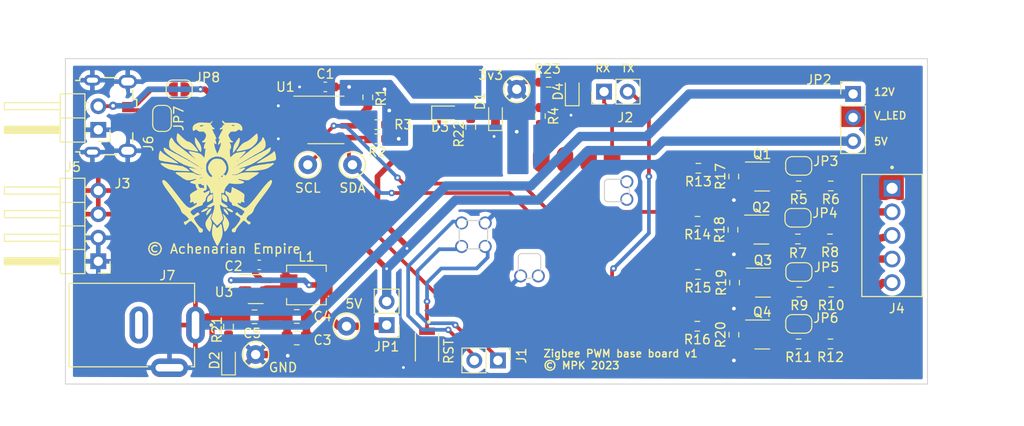
<source format=kicad_pcb>
(kicad_pcb (version 20221018) (generator pcbnew)
  (title_block (date "2023-04-02") (rev "1") (company "Achenarian Empire") (comment 1 "Marc Kelly"))
  (layers (0 "F.Cu" signal) (31 "B.Cu" signal) (34 "B.Paste" user) (35 "F.Paste" user) (36 "B.SilkS" user "B.Silkscreen") (37 "F.SilkS" user "F.Silkscreen") (38 "B.Mask" user) (39 "F.Mask" user) (44 "Edge.Cuts" user))
  (net 0 "")
  (net 1 "+3V3")
  (net 2 "GND")
  (net 3 "Net-(U3-SW)")
  (net 4 "Net-(U3-BST)")
  (net 5 "+5VD")
  (net 6 "+12V")
  (net 7 "Net-(D1-A)")
  (net 8 "Net-(D2-A)")
  (net 9 "Net-(D3-A)")
  (net 10 "Net-(D4-A)")
  (net 11 "/SWDIO")
  (net 12 "/SWCLK")
  (net 13 "/RX")
  (net 14 "/TX")
  (net 15 "/V_LED")
  (net 16 "Net-(J4-Pin_2)")
  (net 17 "Net-(J4-Pin_3)")
  (net 18 "+5V")
  (net 19 "Net-(J6-VBUS)")
  (net 20 "Net-(J6-D-)")
  (net 21 "Net-(J6-D+)")
  (net 23 "Net-(JP3-A)")
  (net 24 "Net-(JP3-B)")
  (net 25 "Net-(JP4-A)")
  (net 26 "Net-(JP4-B)")
  (net 27 "Net-(JP5-A)")
  (net 28 "Net-(JP5-B)")
  (net 29 "Net-(JP6-A)")
  (net 30 "Net-(JP6-B)")
  (net 31 "Net-(Q1-G)")
  (net 32 "Net-(Q2-G)")
  (net 33 "Net-(Q3-G)")
  (net 34 "Net-(Q4-G)")
  (net 35 "/WP")
  (net 36 "/SDA")
  (net 37 "/SCL")
  (net 38 "/LED_1")
  (net 39 "Net-(J4-Pin_4)")
  (net 40 "Net-(J4-Pin_5)")
  (net 41 "/R_LED_d")
  (net 42 "/G_LED_d")
  (net 43 "/B_LED_d")
  (net 44 "/W_LED_d")
  (net 45 "/RESETn")
  (footprint "Jumper:SolderJumper-2_P1.3mm_Open_RoundedPad1.0x1.5mm" (layer "F.Cu") (at 114.1591 43.815)
    (fp_text reference "JP3")
    (fp_text value "Short")
  )
  (footprint "LED_SMD:LED_0603_1608Metric_Pad1.05x0.95mm_HandSolder" (layer "F.Cu") (at 76.3281 38.1)
    (fp_text reference "D3")
    (fp_text value "R LED")
  )
  (footprint "Connector_PinHeader_2.54mm:PinHeader_1x03_P2.54mm_Vertical" (layer "F.Cu") (at 120.0161 36.068)
    (fp_text reference "JP2")
    (fp_text value "V_LED_SEL")
  )
  (footprint "Inductor_SMD:L_Vishay_IHLP-1616" (layer "F.Cu") (at 61.1886 56.642)
    (fp_text reference "L1")
    (fp_text value "4.7uH")
  )
  (footprint "Library:SW_B3U-1000P" (layer "F.Cu") (at 74.168 63.324 -90)
    (fp_text reference "RST")
    (fp_text value "Reset_SW")
  )
  (footprint "Resistor_SMD:R_0603_1608Metric_Pad0.98x0.95mm_HandSolder" (layer "F.Cu") (at 103.2756 49.784 180)
    (fp_text reference "R14")
    (fp_text value "10R")
  )
  (footprint "Package_SO:SOIC-8_3.9x4.9mm_P1.27mm" (layer "F.Cu") (at 63.2886 38.862)
    (fp_text reference "U1")
    (fp_text value "AT24CS01-SSHM")
  )
  (footprint "TestPoint:TestPoint_Keystone_5000-5004_Miniature" (layer "F.Cu") (at 61.3421 43.688 180)
    (fp_text reference "SCL")
    (fp_text value "TestPoint")
  )
  (footprint "Resistor_SMD:R_0603_1608Metric_Pad0.98x0.95mm_HandSolder" (layer "F.Cu") (at 114.0706 51.689 180)
    (fp_text reference "R7")
    (fp_text value "56")
  )
  (footprint "Library:logo" (layer "F.Cu") (at 51.562 45.72)
    (fp_text reference "G***")
    (fp_text value "LOGO" hide)
  )
  (footprint "TestPoint:TestPoint_Keystone_5000-5004_Miniature" (layer "F.Cu") (at 66.1446 43.688 180)
    (fp_text reference "SDA")
    (fp_text value "TestPoint")
  )
  (footprint "Resistor_SMD:R_0603_1608Metric_Pad0.98x0.95mm_HandSolder" (layer "F.Cu") (at 107.1891 61.9995 90)
    (fp_text reference "R20")
    (fp_text value "10k")
  )
  (footprint "Connector_PinHeader_2.54mm:PinHeader_1x02_P2.54mm_Vertical" (layer "F.Cu") (at 93.218 35.814 90)
    (fp_text reference "J2")
    (fp_text value "UART")
  )
  (footprint "Resistor_SMD:R_0603_1608Metric_Pad0.98x0.95mm_HandSolder" (layer "F.Cu") (at 86.3611 38.44475 -90)
    (fp_text reference "R4")
    (fp_text value "470")
  )
  (footprint "Jumper:SolderJumper-2_P1.3mm_Open_RoundedPad1.0x1.5mm" (layer "F.Cu") (at 114.1826 55.245)
    (fp_text reference "JP5")
    (fp_text value "Short")
  )
  (footprint "Connector_USB:USB_Micro-B_Wuerth_629105150521" (layer "F.Cu") (at 40.1081 38.456 -90)
    (fp_text reference "J6")
    (fp_text value "USB_B_Micro")
  )
  (footprint "Resistor_SMD:R_0603_1608Metric_Pad0.98x0.95mm_HandSolder" (layer "F.Cu") (at 68.8116 39.37 180)
    (fp_text reference "R3")
    (fp_text value "4.7k")
  )
  (footprint "Resistor_SMD:R_0603_1608Metric_Pad0.98x0.95mm_HandSolder" (layer "F.Cu") (at 117.6501 57.404 180)
    (fp_text reference "R10")
    (fp_text value "47")
  )
  (footprint "Resistor_SMD:R_0603_1608Metric_Pad0.98x0.95mm_HandSolder" (layer "F.Cu") (at 107.2596 56.388 90)
    (fp_text reference "R19")
    (fp_text value "10k")
  )
  (footprint "LED_SMD:LED_0603_1608Metric_Pad1.05x0.95mm_HandSolder" (layer "F.Cu") (at 81.5351 38.34125 90)
    (fp_text reference "D1")
    (fp_text value "Gr LED")
  )
  (footprint "Connector_PinHeader_2.54mm:PinHeader_1x04_P2.54mm_Horizontal" (layer "F.Cu") (at 38.7931 54.092 180)
    (fp_text reference "J3")
    (fp_text value "12V_Input")
  )
  (footprint "Package_TO_SOT_SMD:SOT-23-3" (layer "F.Cu") (at 110.3131 56.388)
    (fp_text reference "Q3")
    (fp_text value "IRLML0040TRPbF")
  )
  (footprint "Resistor_SMD:R_0603_1608Metric_Pad0.98x0.95mm_HandSolder" (layer "F.Cu") (at 114.1506 62.992 180)
    (fp_text reference "R11")
    (fp_text value "56")
  )
  (footprint "Capacitor_SMD:C_0603_1608Metric_Pad1.08x0.95mm_HandSolder" (layer "F.Cu") (at 56.1086 54.483 180)
    (fp_text reference "C2")
    (fp_text value "100nF")
  )
  (footprint "Library:TE_282834-5" (layer "F.Cu") (at 124.206 51.308 -90)
    (fp_text reference "J4")
    (fp_text value "LED_Connector")
  )
  (footprint "TestPoint:TestPoint_Keystone_5000-5004_Miniature" (layer "F.Cu") (at 55.7276 64.135 180)
    (fp_text reference "GND")
    (fp_text value "TestPoint")
  )
  (footprint "Capacitor_SMD:C_0805_2012Metric_Pad1.18x1.45mm_HandSolder" (layer "F.Cu") (at 60.1511 60.037 180)
    (fp_text reference "C4")
    (fp_text value "22uF")
  )
  (footprint "Connector_PinHeader_2.54mm:PinHeader_1x02_P2.54mm_Vertical" (layer "F.Cu") (at 69.8246 60.96 180)
    (fp_text reference "JP1")
    (fp_text value "Jumper_2_Open")
  )
  (footprint "LED_SMD:LED_0603_1608Metric_Pad1.05x0.95mm_HandSolder" (layer "F.Cu") (at 52.8066 64.6665 90)
    (fp_text reference "D2")
    (fp_text value "R LED")
  )
  (footprint "Package_TO_SOT_SMD:SOT-23-3" (layer "F.Cu") (at 110.1391 50.673)
    (fp_text reference "Q2")
    (fp_text value "IRLML0040TRPbF")
  )
  (footprint "Jumper:SolderJumper-2_P1.3mm_Open_RoundedPad1.0x1.5mm" (layer "F.Cu") (at 114.0856 49.403)
    (fp_text reference "JP4")
    (fp_text value "Short")
  )
  (footprint "TestPoint:TestPoint_Keystone_5000-5004_Miniature" (layer "F.Cu") (at 83.82 35.56)
    (fp_text reference "3v3")
    (fp_text value "TestPoint")
  )
  (footprint "Connector_PinHeader_2.54mm:PinHeader_1x02_P2.54mm_Vertical" (layer "F.Cu") (at 81.793 64.77 -90)
    (fp_text reference "J1")
    (fp_text value "SWD Header")
  )
  (footprint "Package_TO_SOT_SMD:SOT-23-3" (layer "F.Cu") (at 110.2221 44.958)
    (fp_text reference "Q1")
    (fp_text value "IRLML0040TRPbF")
  )
  (footprint "Capacitor_SMD:C_0805_2012Metric_Pad1.18x1.45mm_HandSolder" (layer "F.Cu") (at 55.6006 60.071)
    (fp_text reference "C5")
    (fp_text value "10uF")
  )
  (footprint "Resistor_SMD:R_0603_1608Metric_Pad0.98x0.95mm_HandSolder" (layer "F.Cu") (at 114.1591 45.974 180)
    (fp_text reference "R5")
    (fp_text value "56")
  )
  (footprint "Resistor_SMD:R_0603_1608Metric_Pad0.98x0.95mm_HandSolder" (layer "F.Cu") (at 114.2211 57.404 180)
    (fp_text reference "R9")
    (fp_text value "56")
  )
  (footprint "Resistor_SMD:R_0603_1608Metric_Pad0.98x0.95mm_HandSolder" (layer "F.Cu") (at 107.0856 50.6965 90)
    (fp_text reference "R18")
    (fp_text value "10k")
  )
  (footprint "Jumper:SolderJumper-2_P1.3mm_Open_RoundedPad1.0x1.5mm" (layer "F.Cu") (at 45.6511 38.695 -90)
    (fp_text reference "JP7")
    (fp_text value "Short")
  )
  (footprint "Resistor_SMD:R_0603_1608Metric_Pad0.98x0.95mm_HandSolder" (layer "F.Cu") (at 103.3226 55.499 180)
    (fp_text reference "R15")
    (fp_text value "10R")
  )
  (footprint "Resistor_SMD:R_0603_1608Metric_Pad0.98x0.95mm_HandSolder" (layer "F.Cu") (at 103.2521 61.087 180)
    (fp_text reference "R16")
    (fp_text value "10R")
  )
  (footprint "Resistor_SMD:R_0603_1608Metric_Pad0.98x0.95mm_HandSolder" (layer "F.Cu") (at 78.8681 39.624 90)
    (fp_text reference "R22")
    (fp_text value "680")
  )
  (footprint "Library:xiao-ble-smd-cutout" (layer "F.Cu") (at 86.461513 51.22764 90)
    (fp_text reference "U2" hide)
    (fp_text value "xiao-ble" hide)
    (fp_line (start -4.699 -0.7488) (end -4.699 -1.7902) (stroke (width 0.12)) (layer "Edge.Cuts"))
    (fp_line (start -4.0132 -2.476) (end -2.413 -2.476) (stroke (width 0.12)) (layer "Edge.Cuts"))
    (fp_line (start -2.413 -0.063) (end -4.0132 -0.063) (stroke (width 0.12)) (layer "Edge.Cuts"))
    (fp_line (start -2.032 -2.095) (end -2.032 -0.444) (stroke (width 0.12)) (layer "Edge.Cuts"))
    (fp_line (start -1.524 -6.4638) (end -1.524 -8.1402) (stroke (width 0.12)) (layer "Edge.Cuts"))
    (fp_line (start -0.8382 -8.826) (end 0.8382 -8.826) (stroke (width 0.12)) (layer "Edge.Cuts"))
    (fp_line (start -0.8382 -5.778) (end 0.8382 -5.778) (stroke (width 0.12)) (layer "Edge.Cuts"))
    (fp_line (start 1.524 -6.4638) (end 1.524 -8.1402) (stroke (width 0.12)) (layer "Edge.Cuts"))
    (fp_line (start 3.556 8.7762) (end 3.5565 7.176) (stroke (width 0.12)) (layer "Edge.Cuts"))
    (fp_line (start 3.9375 6.795) (end 5.5885 6.795) (stroke (width 0.12)) (layer "Edge.Cuts"))
    (fp_line (start 5.2832 9.462) (end 4.2418 9.462) (stroke (width 0.12)) (layer "Edge.Cuts"))
    (fp_line (start 5.9695 7.176) (end 5.969 8.7762) (stroke (width 0.12)) (layer "Edge.Cuts"))
    (fp_arc (start -4.699 -0.7488) (mid -4.095391 -0.666609) (end -4.0132 -0.063) (stroke (width 0.12)) (layer "Edge.Cuts"))
    (fp_arc (start -4.0132 -2.476) (mid -4.095391 -1.872391) (end -4.699 -1.7902) (stroke (width 0.12)) (layer "Edge.Cuts"))
    (fp_arc (start -2.413 -2.476) (mid -2.143592 -2.364408) (end -2.032 -2.095) (stroke (width 0.12)) (layer "Edge.Cuts"))
    (fp_arc (start -2.032 -0.444) (mid -2.143592 -0.174592) (end -2.413 -0.063) (stroke (width 0.12)) (layer "Edge.Cuts"))
    (fp_arc (start -1.524 -6.4638) (mid -0.920391 -6.381609) (end -0.8382 -5.778) (stroke (width 0.12)) (layer "Edge.Cuts"))
    (fp_arc (start -0.8382 -8.826) (mid -0.920391 -8.222391) (end -1.524 -8.1402) (stroke (width 0.12)) (layer "Edge.Cuts"))
    (fp_arc (start 0.8382 -5.778) (mid 0.920391 -6.381609) (end 1.524 -6.4638) (stroke (width 0.12)) (layer "Edge.Cuts"))
    (fp_arc (start 1.524 -8.1402) (mid 0.920393 -8.222393) (end 0.8382 -8.826) (stroke (width 0.12)) (layer "Edge.Cuts"))
    (fp_arc (start 3.556 8.7762) (mid 4.159607 8.858393) (end 4.2418 9.462) (stroke (width 0.12)) (layer "Edge.Cuts"))
    (fp_arc (start 3.5565 7.176) (mid 3.668092 6.906592) (end 3.9375 6.795) (stroke (width 0.12)) (layer "Edge.Cuts"))
    (fp_arc (start 5.2832 9.462) (mid 5.365393 8.858393) (end 5.969 8.7762) (stroke (width 0.12)) (layer "Edge.Cuts"))
    (fp_arc (start 5.5885 6.795) (mid 5.857908 6.906592) (end 5.9695 7.176) (stroke (width 0.12)) (layer "Edge.Cuts"))
  )
  (footprint "Jumper:SolderJumper-2_P1.3mm_Open_RoundedPad1.0x1.5mm" (layer "F.Cu") (at 47.498 35.56)
    (fp_text reference "JP8")
    (fp_text value "Short")
  )
  (footprint "Connector_PinHeader_2.54mm:PinHeader_1x02_P2.54mm_Horizontal" (layer "F.Cu") (at 38.7931 39.92 180)
    (fp_text reference "J5")
    (fp_text value "5V_Input")
  )
  (footprint "Package_TO_SOT_SMD:TSOT-23-6" (layer "F.Cu") (at 55.7331 57.089)
    (fp_text reference "U3")
    (fp_text value "AP63205WU")
  )
  (footprint "Resistor_SMD:R_0603_1608Metric_Pad0.98x0.95mm_HandSolder" (layer "F.Cu") (at 103.3641 44.069 180)
    (fp_text reference "R13")
    (fp_text value "10R")
  )
  (footprint "Resistor_SMD:R_0603_1608Metric_Pad0.98x0.95mm_HandSolder" (layer "F.Cu") (at 67.7956 36.4255 -90)
    (fp_text reference "R1")
    (fp_text value "4.7k")
  )
  (footprint "Resistor_SMD:R_0603_1608Metric_Pad0.98x0.95mm_HandSolder" (layer "F.Cu") (at 52.8066 61.1105 -90)
    (fp_text reference "R21")
    (fp_text value "2k")
  )
  (footprint "Capacitor_SMD:C_0805_2012Metric_Pad1.18x1.45mm_HandSolder" (layer "F.Cu") (at 60.1511 62.357 180)
    (fp_text reference "C3")
    (fp_text value "22uF	")
  )
  (footprint "Capacitor_SMD:C_0603_1608Metric_Pad1.08x0.95mm_HandSolder" (layer "F.Cu") (at 63.2236 35.306 180)
    (fp_text reference "C1")
    (fp_text value "100nF")
  )
  (footprint "LED_SMD:LED_0603_1608Metric_Pad1.05x0.95mm_HandSolder" (layer "F.Cu") (at 89.7901 35.673 90)
    (fp_text reference "D4")
    (fp_text value "R LED")
  )
  (footprint "Resistor_SMD:R_0603_1608Metric_Pad0.98x0.95mm_HandSolder" (layer "F.Cu") (at 117.5231 51.689 180)
    (fp_text reference "R8")
    (fp_text value "47")
  )
  (footprint "Jumper:SolderJumper-2_P1.3mm_Open_RoundedPad1.0x1.5mm" (layer "F.Cu") (at 114.1656 60.833)
    (fp_text reference "JP6")
    (fp_text value "Short")
  )
  (footprint "Library:GRAVITECH_CON-SOCJ-2155" (layer "F.Cu") (at 43.1546 60.96)
    (fp_text reference "J7")
    (fp_text value "2.1x5.5mm")
  )
  (footprint "TestPoint:TestPoint_Keystone_5000-5004_Miniature" (layer "F.Cu") (at 65.5066 61.087)
    (fp_text reference "5V")
    (fp_text value "TestPoint")
  )
  (footprint "Resistor_SMD:R_0603_1608Metric_Pad0.98x0.95mm_HandSolder" (layer "F.Cu") (at 107.1741 44.958 90)
    (fp_text reference "R17")
    (fp_text value "10k")
  )
  (footprint "Resistor_SMD:R_0603_1608Metric_Pad0.98x0.95mm_HandSolder" (layer "F.Cu") (at 87.2501 34.798)
    (fp_text reference "R23")
    (fp_text value "470")
  )
  (footprint "Resistor_SMD:R_0603_1608Metric_Pad0.98x0.95mm_HandSolder" (layer "F.Cu") (at 117.5796 62.992 180)
    (fp_text reference "R12")
    (fp_text value "47")
  )
  (footprint "Package_TO_SOT_SMD:SOT-23-3" (layer "F.Cu") (at 110.2426 61.976)
    (fp_text reference "Q4")
    (fp_text value "IRLML0040TRPbF")
  )
  (footprint "Resistor_SMD:R_0603_1608Metric_Pad0.98x0.95mm_HandSolder" (layer "F.Cu") (at 68.8116 40.894 180)
    (fp_text reference "R2")
    (fp_text value "4.7k")
  )
  (footprint "Resistor_SMD:R_0603_1608Metric_Pad0.98x0.95mm_HandSolder" (layer "F.Cu") (at 117.6116 45.974 180)
    (fp_text reference "R6")
    (fp_text value "47")
  )
  (gr_rect (start 35.2552 32.258) (end 128.016 67.31) (stroke (width 0.1)) (fill none) (layer "Edge.Cuts"))
  (gr_text "V_LED" (at 122.174 38.862) (layer "F.SilkS") (effects (font (size 0.8 0.8) (thickness 0.15) bold) (justify left bottom)))
  (gr_text "5V" (at 122.174 41.656) (layer "F.SilkS") (effects (font (size 0.8 0.8) (thickness 0.15) bold) (justify left bottom)))
  (gr_text "RX" (at 92.202 33.782) (layer "F.SilkS") (effects (font (size 0.8 0.8) (thickness 0.15) bold) (justify left bottom)))
  (gr_text "Zigbee PWM base board v1\n© MPK 2023" (at 86.614 65.786) (layer "F.SilkS") (effects (font (size 0.8 0.8) (thickness 0.15) bold) (justify left bottom)))
  (gr_text "12V" (at 122.174 36.322) (layer "F.SilkS") (effects (font (size 0.8 0.8) (thickness 0.15) bold) (justify left bottom)))
  (gr_text "TX" (at 94.996 33.782) (layer "F.SilkS") (effects (font (size 0.8 0.8) (thickness 0.15) bold) (justify left bottom)))
  (segment (start 83.921513 40.233513) (end 83.82 40.132) (width 0.4) (layer "F.Cu") (net 1))
  (segment (start 64.0861 35.306) (end 65.786 35.306) (width 0.6) (layer "F.Cu") (net 1))
  (segment (start 86.3376 34.798) (end 83.83385 34.798) (width 0.4) (layer "F.Cu") (net 1))
  (segment (start 69.7241 40.894) (end 71.12 40.894) (width 0.6) (layer "F.Cu") (net 1))
  (segment (start 65.7636 36.957) (end 65.7636 35.3284) (width 0.6) (layer "F.Cu") (net 1))
  (segment (start 69.7241 39.37) (end 69.7241 38.2259) (width 0.6) (layer "F.Cu") (net 1))
  (segment (start 83.83385 34.798) (end 83.8211 34.78525) (width 0.4) (layer "F.Cu") (net 1))
  (segment (start 83.921513 42.65768) (end 83.8211 42.557267) (width 0.4) (layer "F.Cu") (net 1))
  (segment (start 65.7636 35.3284) (end 65.786 35.306) (width 0.6) (layer "F.Cu") (net 1))
  (segment (start 83.921513 42.65768) (end 83.921513 40.233513) (width 0.6) (layer "F.Cu") (net 1))
  (segment (start 69.549 35.513) (end 69.596 35.56) (width 0.6) (layer "F.Cu") (net 1))
  (segment (start 69.7241 38.2259) (end 70.104 37.846) (width 0.6) (layer "F.Cu") (net 1))
  (segment (start 67.7956 35.513) (end 69.549 35.513) (width 0.6) (layer "F.Cu") (net 1))
  (via (at 69.596 35.56) (size 0.9) (drill 0.4) (layers "F.Cu" "B.Cu") (net 1))
  (via (at 83.82 40.132) (size 0.9) (drill 0.4) (layers "F.Cu" "B.Cu") (net 1))
  (via (at 65.786 35.306) (size 0.9) (drill 0.4) (layers "F.Cu" "B.Cu") (net 1))
  (via (at 71.12 40.894) (size 0.9) (drill 0.4) (layers "F.Cu" "B.Cu") (net 1))
  (via (at 70.104 37.846) (size 0.9) (drill 0.4) (layers "F.Cu" "B.Cu") (net 1))
  (segment (start 73.66 65.532) (end 74.168 65.024) (width 0.4) (layer "F.Cu") (net 2))
  (segment (start 54.3211 65.5415) (end 55.7276 64.135) (width 0.6) (layer "F.Cu") (net 2))
  (segment (start 59.1136 64.1936) (end 59.182 64.262) (width 0.6) (layer "F.Cu") (net 2))
  (segment (start 56.8706 59.8385) (end 56.6381 60.071) (width 0.6) (layer "F.Cu") (net 2))
  (segment (start 107.2596 57.3005) (end 107.2596 59.1104) (width 0.8) (layer "F.Cu") (net 2))
  (segment (start 56.6381 60.071) (end 59.0796 60.071) (width 0.8) (layer "F.Cu") (net 2))
  (segment (start 42.0081 39.756) (end 42.0081 42.131) (width 0.4) (layer "F.Cu") (net 2))
  (segment (start 107.1741 45.8705) (end 107.1741 47.4841) (width 0.8) (layer "F.Cu") (net 2))
  (segment (start 56.8706 58.039) (end 56.8706 59.8385) (width 0.8) (layer "F.Cu") (net 2))
  (segment (start 58.293 40.767) (end 58.166 40.894) (width 0.6) (layer "F.Cu") (net 2))
  (segment (start 58.293 39.497) (end 58.166 39.37) (width 0.6) (layer "F.Cu") (net 2))
  (segment (start 109.1051 62.926) (end 107.2031 62.926) (width 0.8) (layer "F.Cu") (net 2))
  (segment (start 107.2971 57.338) (end 107.2596 57.3005) (width 0.8) (layer "F.Cu") (net 2))
  (segment (start 60.8136 36.957) (end 58.547 36.957) (width 0.6) (layer "F.Cu") (net 2))
  (segment (start 41.8081 34.581) (end 41.9581 34.731) (width 0.4) (layer "F.Cu") (net 2))
  (segment (start 58.166 40.894) (end 58.166 39.624) (width 0.6) (layer "F.Cu") (net 2))
  (segment (start 55.7276 64.135) (end 59.055 64.135) (width 0.8) (layer "F.Cu") (net 2))
  (segment (start 59.1136 62.357) (end 59.1136 64.1936) (width 0.8) (layer "F.Cu") (net 2))
  (segment (start 62.3611 35.306) (end 62.3611 35.4095) (width 0.6) (layer "F.Cu") (net 2))
  (segment (start 81.381513 39.369837) (end 81.5351 39.21625) (width 0.6) (layer "F.Cu") (net 2))
  (segment (start 52.8066 65.5415) (end 54.3211 65.5415) (width 0.6) (layer "F.Cu") (net 2))
  (segment (start 59.0796 60.071) (end 59.1136 60.037) (width 0.6) (layer "F.Cu") (net 2))
  (segment (start 62.3611 35.306) (end 60.452 35.306) (width 0.6) (layer "F.Cu") (net 2))
  (segment (start 60.8136 40.767) (end 58.293 40.767) (width 0.6) (layer "F.Cu") (net 2))
  (segment (start 107.2596 59.1104) (end 107.188 59.182) (width 0.8) (layer "F.Cu") (net 2))
  (segment (start 107.1891 64.7689) (end 107.188 64.77) (width 0.8) (layer "F.Cu") (net 2))
  (segment (start 89.7901 38.2259) (end 89.662 38.354) (width 0.4) (layer "F.Cu") (net 2))
  (segment (start 107.0856 51.609) (end 107.0856 53.2376) (width 0.8) (layer "F.Cu") (net 2))
  (segment (start 60.8136 38.227) (end 58.801 38.227) (width 0.6) (layer "F.Cu") (net 2))
  (segment (start 109.0846 45.908) (end 107.2116 45.908) (width 0.8) (layer "F.Cu") (net 2))
  (segment (start 75.4531 39.6089) (end 75.438 39.624) (width 0.4) (layer "F.Cu") (net 2))
  (segment (start 107.1741 47.4841) (end 107.188 47.498) (width 0.8) (layer "F.Cu") (net 2))
  (segment (start 58.166 38.862) (end 58.166 39.37) (width 0.6) (layer "F.Cu") (net 2))
  (segment (start 38.3081 42.181) (end 38.1581 42.331) (width 0.4) (layer "F.Cu") (net 2))
  (segment (start 89.7901 36.548) (end 89.7901 38.2259) (width 0.4) (layer "F.Cu") (net 2))
  (segment (start 107.0856 51.609) (end 108.9876 51.609) (width 0.8) (layer "F.Cu") (net 2))
  (segment (start 109.1756 57.338) (end 107.2971 57.338) (width 0.8) (layer "F.Cu") (net 2))
  (segment (start 75.4531 38.1) (end 75.4531 39.6089) (width 0.4) (layer "F.Cu") (net 2))
  (segment (start 42.0081 42.131) (end 41.9581 42.181) (width 0.4) (layer "F.Cu") (net 2))
  (segment (start 107.1891 62.912) (end 107.1891 64.7689) (width 0.8) (layer "F.Cu") (net 2))
  (segment (start 59.1136 62.357) (end 59.1136 60.037) (width 0.8) (layer "F.Cu") (net 2))
  (segment (start 107.2031 62.926) (end 107.1891 62.912) (width 0.8) (layer "F.Cu") (net 2))
  (segment (start 107.0856 53.2376) (end 107.188 53.34) (width 0.8) (layer "F.Cu") (net 2))
  (segment (start 58.166 37.338) (end 58.166 39.624) (width 0.6) (layer "F.Cu") (net 2))
  (segment (start 108.9876 51.609) (end 109.0016 51.623) (width 0.8) (layer "F.Cu") (net 2))
  (segment (start 71.628 65.532) (end 73.66 65.532) (width 0.4) (layer "F.Cu") (net 2))
  (segment (start 107.2116 45.908) (end 107.1741 45.8705) (width 0.8) (layer "F.Cu") (net 2))
  (segment (start 59.055 64.135) (end 59.182 64.262) (width 0.6) (layer "F.Cu") (net 2))
  (segment (start 60.8136 39.497) (end 58.293 39.497) (width 0.6) (layer "F.Cu") (net 2))
  (segment (start 58.166 39.624) (end 58.166 39.37) (width 0.6) (layer "F.Cu") (net 2))
  (segment (start 58.801 38.227) (end 58.166 38.862) (width 0.6) (layer "F.Cu") (net 2))
  (segment (start 58.547 36.957) (end 58.166 37.338) (width 0.6) (layer "F.Cu") (net 2))
  (segment (start 81.381513 42.65768) (end 81.381513 39.369837) (width 0.6) (layer "F.Cu") (net 2))
  (via (at 89.662 38.354) (size 0.7) (drill 0.3) (layers "F.Cu" "B.Cu") (net 2))
  (via (at 107.188 53.34) (size 0.9) (drill 0.4) (layers "F.Cu" "B.Cu") (net 2))
  (via (at 71.628 65.532) (size 0.7) (drill 0.3) (layers "F.Cu" "B.Cu") (net 2))
  (via (at 107.188 59.182) (size 0.9) (drill 0.4) (layers "F.Cu" "B.Cu") (net 2))
  (via (at 59.182 64.262) (size 0.9) (drill 0.4) (layers "F.Cu" "B.Cu") (net 2))
  (via (at 81.381513 40.64) (size 0.7) (drill 0.3) (layers "F.Cu" "B.Cu") (net 2))
  (via (at 58.166 40.894) (size 0.7) (drill 0.3) (layers "F.Cu" "B.Cu") (net 2))
  (via (at 58.166 37.338) (size 0.7) (drill 0.3) (layers "F.Cu" "B.Cu") (net 2))
  (via (at 107.188 47.498) (size 0.9) (drill 0.4) (layers "F.Cu" "B.Cu") (net 2))
  (via (at 60.452 35.306) (size 0.7) (drill 0.3) (layers "F.Cu" "B.Cu") (net 2))
  (via (at 107.188 64.77) (size 0.9) (drill 0.4) (layers "F.Cu" "B.Cu") (net 2))
  (via (at 58.166 37.338) (size 0.7) (drill 0.3) (layers "F.Cu" "B.Cu") (net 2))
  (via (at 75.438 39.624) (size 0.7) (drill 0.3) (layers "F.Cu" "B.Cu") (net 2))
  (segment (start 59.29635 55.74035) (end 59.29635 56.642) (width 0.4) (layer "F.Cu") (net 3))
  (segment (start 56.8706 57.089) (end 58.84935 57.089) (width 0.8) (layer "F.Cu") (net 3))
  (segment (start 56.9711 54.483) (end 58.039 54.483) (width 0.6) (layer "F.Cu") (net 3))
  (segment (start 58.039 54.483) (end 59.29635 55.74035) (width 0.6) (layer "F.Cu") (net 3))
  (segment (start 58.84935 57.089) (end 59.29635 56.642) (width 0.6) (layer "F.Cu") (net 3))
  (segment (start 55.626 54.8629) (end 55.2461 54.483) (width 0.6) (layer "F.Cu") (net 4))
  (segment (start 56.8706 56.139) (end 56.393 56.139) (width 0.4) (layer "F.Cu") (net 4))
  (segment (start 55.626 55.372) (end 55.626 54.8629) (width 0.6) (layer "F.Cu") (net 4))
  (segment (start 56.393 56.139) (end 55.626 55.372) (width 0.6) (layer "F.Cu") (net 4))
  (segment (start 63.08085 56.642) (end 63.08085 59.34715) (width 0.8) (layer "F.Cu") (net 5))
  (segment (start 53.091 56.139) (end 53.086 56.134) (width 0.4) (layer "F.Cu") (net 5))
  (segment (start 54.5956 56.139) (end 53.091 56.139) (width 0.6) (layer "F.Cu") (net 5))
  (segment (start 69.6976 61.087) (end 69.8246 60.96) (width 0.6) (layer "F.Cu") (net 5))
  (segment (start 63.08085 56.642) (end 63.08085 59.52485) (width 0.8) (layer "F.Cu") (net 5))
  (segment (start 61.1886 60.037) (end 61.1886 62.357) (width 0.8) (layer "F.Cu") (net 5))
  (segment (start 63.08085 59.52485) (end 64.643 61.087) (width 0.8) (layer "F.Cu") (net 5))
  (segment (start 65.5066 61.087) (end 69.6976 61.087) (width 0.8) (layer "F.Cu") (net 5))
  (segment (start 63.08085 56.642) (end 61.468 56.642) (width 0.6) (layer "F.Cu") (net 5))
  (segment (start 64.643 61.087) (end 65.5066 61.087) (width 0.8) (layer "F.Cu") (net 5))
  (segment (start 62.391 60.037) (end 61.1886 60.037) (width 0.8) (layer "F.Cu") (net 5))
  (segment (start 63.08085 59.34715) (end 62.391 60.037) (width 0.8) (layer "F.Cu") (net 5))
  (via (at 53.086 56.134) (size 0.7) (drill 0.3) (layers "F.Cu" "B.Cu") (net 5))
  (via (at 61.468 56.642) (size 0.7) (drill 0.3) (layers "F.Cu" "B.Cu") (net 5))
  (segment (start 61.468 56.642) (end 60.96 56.134) (width 0.6) (layer "B.Cu") (net 5))
  (segment (start 60.96 56.134) (end 53.086 56.134) (width 0.6) (layer "B.Cu") (net 5))
  (segment (start 53.086 58.166) (end 54.4686 58.166) (width 0.6) (layer "F.Cu") (net 6))
  (segment (start 50.546 60.198) (end 52.8066 60.198) (width 1) (layer "F.Cu") (net 6))
  (segment (start 54.5956 58.039) (end 54.5956 57.089) (width 0.6) (layer "F.Cu") (net 6))
  (segment (start 49.2546 60.96) (end 49.784 60.96) (width 1) (layer "F.Cu") (net 6))
  (segment (start 52.8066 60.198) (end 54.4361 60.198) (width 1) (layer "F.Cu") (net 6))
  (segment (start 52.8066 60.198) (end 52.8066 58.4454) (width 0.6) (layer "F.Cu") (net 6))
  (segment (start 52.8066 58.4454) (end 53.086 58.166) (width 0.6) (layer "F.Cu") (net 6))
  (segment (start 49.784 60.96) (end 50.546 60.198) (width 1) (layer "F.Cu") (net 6))
  (segment (start 54.4361 60.198) (end 54.5631 60.071) (width 1) (layer "F.Cu") (net 6))
  (segment (start 61.214 60.96) (end 76.2 45.974) (width 1) (layer "B.Cu") (net 6))
  (segment (start 102.362 36.068) (end 120.0161 36.068) (width 1) (layer "B.Cu") (net 6))
  (segment (start 76.2 45.974) (end 85.344 45.974) (width 1) (layer "B.Cu") (net 6))
  (segment (start 90.678 40.64) (end 97.79 40.64) (width 1) (layer "B.Cu") (net 6))
  (segment (start 97.79 40.64) (end 102.362 36.068) (width 1) (layer "B.Cu") (net 6))
  (segment (start 49.2546 60.96) (end 61.214 60.96) (width 1) (layer "B.Cu") (net 6))
  (segment (start 85.344 45.974) (end 90.678 40.64) (width 1) (layer "B.Cu") (net 6))
  (segment (start 81.6011 37.53225) (end 81.5351 37.46625) (width 0.4) (layer "F.Cu") (net 7))
  (segment (start 86.3611 37.53225) (end 81.6011 37.53225) (width 0.4) (layer "F.Cu") (net 7))
  (segment (start 52.8066 62.023) (end 52.8066 63.7915) (width 0.4) (layer "F.Cu") (net 8))
  (segment (start 78.8681 38.7115) (end 78.8681 38.2281) (width 0.4) (layer "F.Cu") (net 9))
  (segment (start 78.74 38.1) (end 77.2031 38.1) (width 0.4) (layer "F.Cu") (net 9))
  (segment (start 78.8681 38.2281) (end 78.74 38.1) (width 0.4) (layer "F.Cu") (net 9))
  (segment (start 88.1626 34.798) (end 89.7901 34.798) (width 0.4) (layer "F.Cu") (net 10))
  (segment (start 79.248 62.992) (end 77.216 60.96) (width 0.4) (layer "F.Cu") (net 11))
  (segment (start 81.793 64.77) (end 81.793 64.521) (width 0.4) (layer "F.Cu") (net 11))
  (segment (start 81.793 64.521) (end 80.264 62.992) (width 0.4) (layer "F.Cu") (net 11))
  (segment (start 80.264 62.992) (end 79.248 62.992) (width 0.4) (layer "F.Cu") (net 11))
  (via (at 77.216 60.96) (size 0.7) (drill 0.3) (layers "F.Cu" "B.Cu") (net 11))
  (segment (start 73.152 55.118) (end 75.477963 52.792037) (width 0.4) (layer "B.Cu") (net 11))
  (segment (start 75.477963 52.792037) (end 77.595116 52.792037) (width 0.4) (layer "B.Cu") (net 11))
  (segment (start 74.23 60.768) (end 73.152 59.69) (width 0.4) (layer "B.Cu") (net 11))
  (segment (start 77.024 60.768) (end 74.23 60.768) (width 0.4) (layer "B.Cu") (net 11))
  (segment (start 73.152 59.69) (end 73.152 55.118) (width 0.4) (layer "B.Cu") (net 11))
  (segment (start 77.216 60.96) (end 77.024 60.768) (width 0.4) (layer "B.Cu") (net 11))
  (segment (start 79.253 64.267) (end 76.454 61.468) (width 0.4) (layer "F.Cu") (net 12))
  (segment (start 79.253 64.77) (end 79.253 64.267) (width 0.4) (layer "F.Cu") (net 12))
  (via (at 76.454 61.468) (size 0.7) (drill 0.3) (layers "F.Cu" "B.Cu") (net 12))
  (segment (start 72.136 54.624328) (end 76.955922 49.804406) (width 0.4) (layer "B.Cu") (net 12))
  (segment (start 76.955922 49.804406) (end 77.145578 49.804406) (width 0.4) (layer "B.Cu") (net 12))
  (segment (start 76.454 61.468) (end 73.66 61.468) (width 0.4) (layer "B.Cu") (net 12))
  (segment (start 73.66 61.468) (end 72.136 59.944) (width 0.4) (layer "B.Cu") (net 12))
  (segment (start 72.136 59.944) (end 72.136 54.624328) (width 0.4) (layer "B.Cu") (net 12))
  (segment (start 94.081513 42.65768) (end 94.081513 37.947513) (width 0.4) (layer "F.Cu") (net 13))
  (segment (start 93.218 37.084) (end 93.218 35.814) (width 0.4) (layer "F.Cu") (net 13))
  (segment (start 94.081513 37.947513) (end 93.218 37.084) (width 0.4) (layer "F.Cu") (net 13))
  (segment (start 94.081513 59.7976) (end 94.081513 55.016487) (width 0.4) (layer "F.Cu") (net 14))
  (segment (start 96.012 35.814) (end 95.758 35.814) (width 0.4) (layer "F.Cu") (net 14))
  (segment (start 98.044 44.958) (end 98.044 37.846) (width 0.4) (layer "F.Cu") (net 14))
  (segment (start 94.081513 55.016487) (end 94.234 54.864) (width 0.4) (layer "F.Cu") (net 14))
  (segment (start 98.044 37.846) (end 96.012 35.814) (width 0.4) (layer "F.Cu") (net 14))
  (via (at 94.234 54.864) (size 0.7) (drill 0.3) (layers "F.Cu" "B.Cu") (net 14))
  (via (at 98.044 44.958) (size 0.7) (drill 0.3) (layers "F.Cu" "B.Cu") (net 14))
  (segment (start 98.044 44.958) (end 98.044 51.054) (width 0.4) (layer "B.Cu") (net 14))
  (segment (start 98.044 51.054) (end 94.234 54.864) (width 0.4) (layer "B.Cu") (net 14))
  (segment (start 119.888 45.974) (end 122.682 48.768) (width 0.8) (layer "F.Cu") (net 16))
  (segment (start 122.682 48.768) (end 124.206 48.768) (width 0.8) (layer "F.Cu") (net 16))
  (segment (start 118.5241 45.974) (end 119.888 45.974) (width 0.8) (layer "F.Cu") (net 16))
  (segment (start 122.555 51.689) (end 124.206 51.308) (width 0.8) (layer "F.Cu") (net 17))
  (segment (start 118.4356 51.689) (end 122.555 51.689) (width 0.8) (layer "F.Cu") (net 17))
  (segment (start 72.009 52.451) (end 72.009 52.705) (width 0.6) (layer "F.Cu") (net 18))
  (segment (start 71.13432 42.65768) (end 68.834 44.958) (width 0.6) (layer "F.Cu") (net 18))
  (segment (start 78.841513 40.563087) (end 78.8681 40.5365) (width 0.4) (layer "F.Cu") (net 18))
  (segment (start 69.8246 54.8894) (end 64.2366 49.3014) (width 0.6) (layer "F.Cu") (net 18))
  (segment (start 56.642 46.736) (end 56.642 41.91) (width 0.6) (layer "F.Cu") (net 18))
  (segment (start 68.834 44.958) (end 68.834 49.276) (width 0.6) (layer "F.Cu") (net 18))
  (segment (start 56.642 41.91) (end 50.292 35.56) (width 0.6) (layer "F.Cu") (net 18))
  (segment (start 78.841513 42.65768) (end 71.13432 42.65768) (width 0.6) (layer "F.Cu") (net 18))
  (segment (start 48.148 35.56) (end 49.784 35.56) (width 0.6) (layer "F.Cu") (net 18))
  (segment (start 38.7931 37.38) (end 40.344 37.38) (width 0.4) (layer "F.Cu") (net 18))
  (segment (start 64.2366 49.3014) (end 59.2074 49.3014) (width 0.6) (layer "F.Cu") (net 18))
  (segment (start 50.292 35.56) (end 49.784 35.56) (width 0.6) (layer "F.Cu") (net 18))
  (segment (start 68.834 49.276) (end 72.009 52.451) (width 0.6) (layer "F.Cu") (net 18))
  (segment (start 59.2074 49.3014) (end 56.642 46.736) (width 0.6) (layer "F.Cu") (net 18))
  (segment (start 40.344 37.38) (end 40.386 37.338) (width 0.6) (layer "F.Cu") (net 18))
  (segment (start 78.841513 42.65768) (end 78.841513 40.563087) (width 0.4) (layer "F.Cu") (net 18))
  (via (at 72.009 52.705) (size 0.7) (drill 0.3) (layers "F.Cu" "B.Cu") (net 18))
  (via (at 69.8246 54.8894) (size 0.7) (drill 0.3) (layers "F.Cu" "B.Cu") (net 18))
  (via (at 40.386 37.338) (size 0.9) (drill 0.4) (layers "F.Cu" "B.Cu") (net 18))
  (via (at 49.784 35.56) (size 0.7) (drill 0.3) (layers "F.Cu" "B.Cu") (net 18))
  (segment (start 98.552 42.164) (end 91.491173 42.164) (width 1) (layer "B.Cu") (net 18))
  (segment (start 69.8246 54.8894) (end 69.8246 58.42) (width 1) (layer "B.Cu") (net 18))
  (segment (start 72.009 52.705) (end 69.8246 54.8894) (width 1) (layer "B.Cu") (net 18))
  (segment (start 86.157173 47.498) (end 77.216 47.498) (width 1) (layer "B.Cu") (net 18))
  (segment (start 120.0161 41.148) (end 99.568 41.148) (width 1) (layer "B.Cu") (net 18))
  (segment (start 77.216 47.498) (end 72.009 52.705) (width 1) (layer "B.Cu") (net 18))
  (segment (start 99.568 41.148) (end 98.552 42.164) (width 1) (layer "B.Cu") (net 18))
  (segment (start 44.196 35.56) (end 42.418 37.338) (width 0.6) (layer "B.Cu") (net 18))
  (segment (start 49.784 35.56) (end 44.196 35.56) (width 0.6) (layer "B.Cu") (net 18))
  (segment (start 91.491173 42.164) (end 86.157173 47.498) (width 1) (layer "B.Cu") (net 18))
  (segment (start 42.418 37.338) (end 40.386 37.338) (width 0.6) (layer "B.Cu") (net 18))
  (segment (start 42.854 37.156) (end 44.45 35.56) (width 0.6) (layer "F.Cu") (net 19))
  (segment (start 42.0081 37.156) (end 42.854 37.156) (width 0.4) (layer "F.Cu") (net 19))
  (segment (start 46.848 35.56) (end 44.45 35.56) (width 0.6) (layer "F.Cu") (net 19))
  (segment (start 45.4121 37.806) (end 42.0081 37.806) (width 0.4) (layer "F.Cu") (net 20))
  (segment (start 45.6511 38.045) (end 45.4121 37.806) (width 0.4) (layer "F.Cu") (net 20))
  (segment (start 44.171 39.345) (end 43.282 38.456) (width 0.4) (layer "F.Cu") (net 21))
  (segment (start 45.6511 39.345) (end 44.171 39.345) (width 0.4) (layer "F.Cu") (net 21))
  (segment (start 43.282 38.456) (end 42.0081 38.456) (width 0.4) (layer "F.Cu") (net 21))
  (segment (start 111.3596 44.958) (end 113.2466 44.958) (width 0.8) (layer "F.Cu") (net 23))
  (segment (start 113.2466 44.958) (end 113.2466 44.0775) (width 0.8) (layer "F.Cu") (net 23))
  (segment (start 113.2466 44.0775) (end 113.5091 43.815) (width 0.8) (layer "F.Cu") (net 23))
  (segment (start 113.2466 45.974) (end 113.2466 44.958) (width 0.8) (layer "F.Cu") (net 23))
  (segment (start 115.0716 45.974) (end 115.0716 44.0775) (width 0.8) (layer "F.Cu") (net 24))
  (segment (start 115.0716 44.0775) (end 114.8091 43.815) (width 0.8) (layer "F.Cu") (net 24))
  (segment (start 116.6991 45.974) (end 115.0716 45.974) (width 0.8) (layer "F.Cu") (net 24))
  (segment (start 113.1581 49.6805) (end 113.4356 49.403) (width 0.8) (layer "F.Cu") (net 25))
  (segment (start 111.2766 50.673) (end 113.0311 50.673) (width 0.8) (layer "F.Cu") (net 25))
  (segment (start 113.0311 50.673) (end 113.1581 50.546) (width 0.8) (layer "F.Cu") (net 25))
  (segment (start 113.1581 50.546) (end 113.1581 49.6805) (width 0.8) (layer "F.Cu") (net 25))
  (segment (start 113.1581 51.689) (end 113.1581 50.546) (width 0.8) (layer "F.Cu") (net 25))
  (segment (start 114.9831 49.6505) (end 114.7356 49.403) (width 0.8) (layer "F.Cu") (net 26))
  (segment (start 116.6106 51.689) (end 114.9831 51.689) (width 0.8) (layer "F.Cu") (net 26))
  (segment (start 114.9831 51.689) (end 114.9831 49.6505) (width 0.8) (layer "F.Cu") (net 26))
  (segment (start 113.3086 55.469) (end 113.5326 55.245) (width 0.8) (layer "F.Cu") (net 27))
  (segment (start 113.3086 56.388) (end 113.3086 55.469) (width 0.8) (layer "F.Cu") (net 27))
  (segment (start 111.4506 56.388) (end 113.3086 56.388) (width 0.8) (layer "F.Cu") (net 27))
  (segment (start 113.3086 57.404) (end 113.3086 56.388) (width 0.8) (layer "F.Cu") (net 27))
  (segment (start 116.7376 57.404) (end 115.1336 57.404) (width 0.8) (layer "F.Cu") (net 28))
  (segment (start 115.1336 57.404) (end 115.1336 55.546) (width 0.8) (layer "F.Cu") (net 28))
  (segment (start 115.1336 55.546) (end 114.8326 55.245) (width 0.8) (layer "F.Cu") (net 28))
  (segment (start 113.2381 62.992) (end 113.2381 61.976) (width 0.8) (layer "F.Cu") (net 29))
  (segment (start 111.3801 61.976) (end 113.2381 61.976) (width 0.8) (layer "F.Cu") (net 29))
  (segment (start 113.2381 61.1105) (end 113.5156 60.833) (width 0.8) (layer "F.Cu") (net 29))
  (segment (start 113.2381 61.976) (end 113.2381 61.1105) (width 0.8) (layer "F.Cu") (net 29))
  (segment (start 116.6671 62.992) (end 115.0631 62.992) (width 0.8) (layer "F.Cu") (net 30))
  (segment (start 115.0631 61.0805) (end 114.8156 60.833) (width 0.8) (layer "F.Cu") (net 30))
  (segment (start 115.0631 62.992) (end 115.0631 61.0805) (width 0.8) (layer "F.Cu") (net 30))
  (segment (start 109.0846 44.008) (end 107.2116 44.008) (width 0.4) (layer "F.Cu") (net 31))
  (segment (start 107.2116 44.008) (end 107.1741 44.0455) (width 0.4) (layer "F.Cu") (net 31))
  (segment (start 107.1741 44.0455) (end 104.3001 44.0455) (width 0.4) (layer "F.Cu") (net 31))
  (segment (start 104.3001 44.0455) (end 104.2766 44.069) (width 0.4) (layer "F.Cu") (net 31))
  (segment (start 107.1466 49.723) (end 107.0856 49.784) (width 0.4) (layer "F.Cu") (net 32))
  (segment (start 109.0016 49.723) (end 107.1466 49.723) (width 0.4) (layer "F.Cu") (net 32))
  (segment (start 107.0856 49.784) (end 104.1881 49.784) (width 0.4) (layer "F.Cu") (net 32))
  (segment (start 104.2586 55.4755) (end 104.2351 55.499) (width 0.4) (layer "F.Cu") (net 33))
  (segment (start 109.1381 55.4755) (end 109.1756 55.438) (width 0.4) (layer "F.Cu") (net 33))
  (segment (start 107.2596 55.4755) (end 104.2586 55.4755) (width 0.4) (layer "F.Cu") (net 33))
  (segment (start 107.2596 55.4755) (end 109.1381 55.4755) (width 0.4) (layer "F.Cu") (net 33))
  (segment (start 109.1051 61.026) (end 107.2501 61.026) (width 0.4) (layer "F.Cu") (net 34))
  (segment (start 107.2501 61.026) (end 107.1891 61.087) (width 0.4) (layer "F.Cu") (net 34))
  (segment (start 104.1646 61.087) (end 107.1891 61.087) (width 0.4) (layer "F.Cu") (net 34))
  (segment (start 58.166 46.482) (end 58.166 42.672) (width 0.4) (layer "F.Cu") (net 35))
  (segment (start 65.532 48.006) (end 59.69 48.006) (width 0.4) (layer "F.Cu") (net 35))
  (segment (start 77.3236 59.7976) (end 65.532 48.006) (width 0.4) (layer "F.Cu") (net 35))
  (segment (start 65.7636 38.227) (end 66.9066 38.227) (width 0.4) (layer "F.Cu") (net 35))
  (segment (start 78.841513 60.045513) (end 78.841513 59.7976) (width 0.4) (layer "F.Cu") (net 35))
  (segment (start 66.9066 38.227) (end 67.7956 37.338) (width 0.4) (layer "F.Cu") (net 35))
  (segment (start 63.881 38.227) (end 65.7636 38.227) (width 0.4) (layer "F.Cu") (net 35))
  (segment (start 59.69 48.006) (end 58.166 46.482) (width 0.4) (layer "F.Cu") (net 35))
  (segment (start 59.182 41.656) (end 61.976 41.656) (width 0.4) (layer "F.Cu") (net 35))
  (segment (start 58.166 42.672) (end 59.182 41.656) (width 0.4) (layer "F.Cu") (net 35))
  (segment (start 77.3236 59.7976) (end 78.841513 59.7976) (width 0.4) (layer "F.Cu") (net 35))
  (segment (start 62.738 40.894) (end 62.738 39.37) (width 0.4) (layer "F.Cu") (net 35))
  (segment (start 61.976 41.656) (end 62.738 40.894) (width 0.4) (layer "F.Cu") (net 35))
  (segment (start 62.738 39.37) (end 63.881 38.227) (width 0.4) (layer "F.Cu") (net 35))
  (segment (start 67.7721 40.767) (end 67.8991 40.894) (width 0.4) (layer "F.Cu") (net 36))
  (segment (start 65.7636 40.767) (end 67.7721 40.767) (width 0.4) (layer "F.Cu") (net 36))
  (segment (start 65.7636 40.767) (end 65.7636 43.307) (width 0.4) (layer "F.Cu") (net 36))
  (segment (start 83.058 46.736) (end 89.001513 52.679513) (width 0.4) (layer "F.Cu") (net 36))
  (segment (start 70.358 46.736) (end 83.058 46.736) (width 0.4) (layer "F.Cu") (net 36))
  (segment (start 89.001513 52.679513) (end 89.001513 59.7976) (width 0.4) (layer "F.Cu") (net 36))
  (segment (start 65.7636 43.307) (end 66.1446 43.688) (width 0.4) (layer "F.Cu") (net 36))
  (via (at 70.358 46.736) (size 0.7) (drill 0.3) (layers "F.Cu" "B.Cu") (net 36))
  (via (at 70.358 46.736) (size 0.7) (drill 0.3) (layers "F.Cu" "B.Cu") (net 36))
  (segment (start 69.1926 46.736) (end 66.1446 43.688) (width 0.4) (layer "B.Cu") (net 36))
  (segment (start 70.358 46.736) (end 69.1926 46.736) (width 0.4) (layer "B.Cu") (net 36))
  (segment (start 63.5 40.132) (end 63.5 41.5301) (width 0.4) (layer "F.Cu") (net 37))
  (segment (start 65.7636 39.497) (end 64.135 39.497) (width 0.4) (layer "F.Cu") (net 37))
  (segment (start 65.7636 39.497) (end 67.7721 39.497) (width 0.4) (layer "F.Cu") (net 37))
  (segment (start 91.541513 52.933513) (end 91.541513 59.7976) (width 0.4) (layer "F.Cu") (net 37))
  (segment (start 64.135 39.497) (end 63.5 40.132) (width 0.4) (layer "F.Cu") (net 37))
  (segment (start 84.328 45.72) (end 91.541513 52.933513) (width 0.4) (layer "F.Cu") (net 37))
  (segment (start 71.628 45.72) (end 84.328 45.72) (width 0.4) (layer "F.Cu") (net 37))
  (segment (start 70.993 45.085) (end 71.628 45.72) (width 0.4) (layer "F.Cu") (net 37))
  (segment (start 67.7721 39.497) (end 67.8991 39.37) (width 0.4) (layer "F.Cu") (net 37))
  (segment (start 63.5 41.5301) (end 61.3421 43.688) (width 0.4) (layer "F.Cu") (net 37))
  (via (at 64.135 39.497) (size 0.7) (drill 0.3) (layers "F.Cu" "B.Cu") (net 37))
  (via (at 70.993 45.085) (size 0.7) (drill 0.3) (layers "F.Cu" "B.Cu") (net 37))
  (segment (start 70.993 45.085) (end 65.405 39.497) (width 0.4) (layer "B.Cu") (net 37))
  (segment (start 65.405 39.497) (end 64.135 39.497) (width 0.4) (layer "B.Cu") (net 37))
  (segment (start 86.461513 39.457663) (end 86.3611 39.35725) (width 0.4) (layer "F.Cu") (net 38))
  (segment (start 86.461513 42.65768) (end 86.461513 39.457663) (width 0.4) (layer "F.Cu") (net 38))
  (segment (start 118.5626 57.3324) (end 122.047 53.848) (width 0.8) (layer "F.Cu") (net 39))
  (segment (start 118.5626 57.404) (end 118.5626 57.3324) (width 0.8) (layer "F.Cu") (net 39))
  (segment (start 122.047 53.848) (end 124.206 53.848) (width 0.8) (layer "F.Cu") (net 39))
  (segment (start 118.4921 62.992) (end 118.4921 61.0859) (width 0.8) (layer "F.Cu") (net 40))
  (segment (start 123.19 56.388) (end 124.206 56.388) (width 0.8) (layer "F.Cu") (net 40))
  (segment (start 118.4921 61.0859) (end 123.19 56.388) (width 0.8) (layer "F.Cu") (net 40))
  (segment (start 98.806 48.768) (end 92.456 48.768) (width 0.4) (layer "F.Cu") (net 41))
  (segment (start 102.4516 44.069) (end 102.4516 45.1224) (width 0.4) (layer "F.Cu") (net 41))
  (segment (start 102.4516 45.1224) (end 98.806 48.768) (width 0.4) (layer "F.Cu") (net 41))
  (segment (start 91.541513 47.853513) (end 91.541513 42.65768) (width 0.4) (layer "F.Cu") (net 41))
  (segment (start 102.4516 44.1064) (end 102.4516 44.069) (width 0.4) (layer "F.Cu") (net 41))
  (segment (start 91.694 42.810167) (end 91.541513 42.65768) (width 0.4) (layer "F.Cu") (net 41))
  (segment (start 92.456 48.768) (end 91.541513 47.853513) (width 0.4) (layer "F.Cu") (net 41))
  (segment (start 98.044 61.468) (end 99.06 60.452) (width 0.4) (layer "F.Cu") (net 42))
  (segment (start 99.06 50.292) (end 99.568 49.784) (width 0.4) (layer "F.Cu") (net 42))
  (segment (start 99.06 60.452) (end 99.06 50.292) (width 0.4) (layer "F.Cu") (net 42))
  (segment (start 86.461513 59.7976) (end 86.461513 61.061513) (width 0.4) (layer "F.Cu") (net 42))
  (segment (start 86.868 61.468) (end 98.044 61.468) (width 0.4) (layer "F.Cu") (net 42))
  (segment (start 99.568 49.784) (end 102.3631 49.784) (width 0.4) (layer "F.Cu") (net 42))
  (segment (start 86.461513 61.061513) (end 86.868 61.468) (width 0.4) (layer "F.Cu") (net 42))
  (segment (start 99.822 56.134) (end 100.457 55.499) (width 0.4) (layer "F.Cu") (net 43))
  (segment (start 83.921513 59.7976) (end 83.921513 61.569513) (width 0.4) (layer "F.Cu") (net 43))
  (segment (start 84.582 62.23) (end 98.552 62.23) (width 0.4) (layer "F.Cu") (net 43))
  (segment (start 83.921513 61.569513) (end 84.582 62.23) (width 0.4) (layer "F.Cu") (net 43))
  (segment (start 98.552 62.23) (end 99.822 60.96) (width 0.4) (layer "F.Cu") (net 43))
  (segment (start 100.457 55.499) (end 102.4101 55.499) (width 0.4) (layer "F.Cu") (net 43))
  (segment (start 99.822 60.96) (end 99.822 56.134) (width 0.4) (layer "F.Cu") (net 43))
  (segment (start 81.381513 61.569513) (end 82.804 62.992) (width 0.4) (layer "F.Cu") (net 44))
  (segment (start 81.381513 59.7976) (end 81.381513 58.318487) (width 0.4) (layer "F.Cu") (net 44))
  (segment (start 98.933 62.992) (end 100.838 61.087) (width 0.4) (layer "F.Cu") (net 44))
  (segment (start 81.381513 61.569513) (end 81.381513 59.7976) (width 0.4) (layer "F.Cu") (net 44))
  (segment (start 82.804 62.992) (end 98.933 62.992) (width 0.4) (layer "F.Cu") (net 44))
  (segment (start 100.838 61.087) (end 102.3396 61.087) (width 0.4) (layer "F.Cu") (net 44))
  (segment (start 74.168 61.624) (end 74.168 58.42) (width 0.4) (layer "F.Cu") (net 45))
  (via (at 74.168 58.42) (size 0.7) (drill 0.3) (layers "F.Cu" "B.Cu") (net 45))
  (segment (start 79.502 54.864) (end 80.697713 53.668287) (width 0.4) (layer "B.Cu") (net 45))
  (segment (start 74.168 58.42) (end 74.168 56.388) (width 0.4) (layer "B.Cu") (net 45))
  (segment (start 80.697713 53.668287) (end 80.697713 53.041589) (width 0.4) (layer "B.Cu") (net 45))
  (segment (start 75.692 54.864) (end 79.502 54.864) (width 0.4) (layer "B.Cu") (net 45))
  (segment (start 74.168 56.388) (end 75.692 54.864) (width 0.4) (layer "B.Cu") (net 45))
  (zone (net 6) (net_name "+12V") (layer "F.Cu") (name "12V_Plane") (priority 1) (connect_pads (clearance 0.5)) (min_thickness 0.25) (fill yes (thermal_gap 0.5) (thermal_bridge_width 0.5) (smoothing chamfer) (radius 0.05))
    (polygon (pts (xy 36.068 44.704) (xy 36.068 50.038) (xy 45.974 50.038) (xy 47.244 51.562) (xy 47.244 63.754) (xy 51.308 63.754) (xy 51.308 49.784) (xy 45.466 44.704)))
  )
  (zone (net 15) (net_name "/V_LED") (layer "F.Cu") (name "VLED_Plane") (priority 3) (connect_pads yes (clearance 0.5)) (min_thickness 0.25) (fill yes (thermal_gap 0.2) (thermal_bridge_width 0.3))
    (polygon (pts (xy 125.476 47.498) (xy 125.476 41.402) (xy 125.476 38.354) (xy 124.206 37.084) (xy 118.618 37.084) (xy 118.618 39.624) (xy 121.92 39.624) (xy 122.682 40.386) (xy 122.682 47.498)))
  )
  (zone (net 1) (net_name "+3V3") (layer "B.Cu") (name "3v3_Plane") (priority 2) (connect_pads (clearance 0.5)) (min_thickness 0.25) (fill yes (thermal_gap 0.5) (thermal_bridge_width 0.5) (smoothing chamfer) (radius 0.05))
    (polygon (pts (xy 70.358 34.544) (xy 71.374 35.814) (xy 72.39 37.084) (xy 80.518 37.084) (xy 80.518 33.528) (xy 85.852 33.528) (xy 85.852 38.862) (xy 85.09 38.862) (xy 85.09 44.704) (xy 82.804 44.704) (xy 82.804 38.862) (xy 72.136 38.862) (xy 72.136 41.656) (xy 69.342 41.656) (xy 69.342 37.338) (xy 64.77 37.338) (xy 64.77 34.544)))
  )
  (zone (net 2) (net_name "GND") (layer "B.Cu") (name "GND_Plane") (connect_pads (clearance 0.5)) (min_thickness 0.25) (fill yes (thermal_gap 0.5) (thermal_bridge_width 0.5) (smoothing chamfer) (radius 0.05))
    (polygon (pts (xy 36.068 33.02) (xy 127.508 33.02) (xy 127.508 66.802) (xy 36.068 66.548)))
  )
)
</source>
